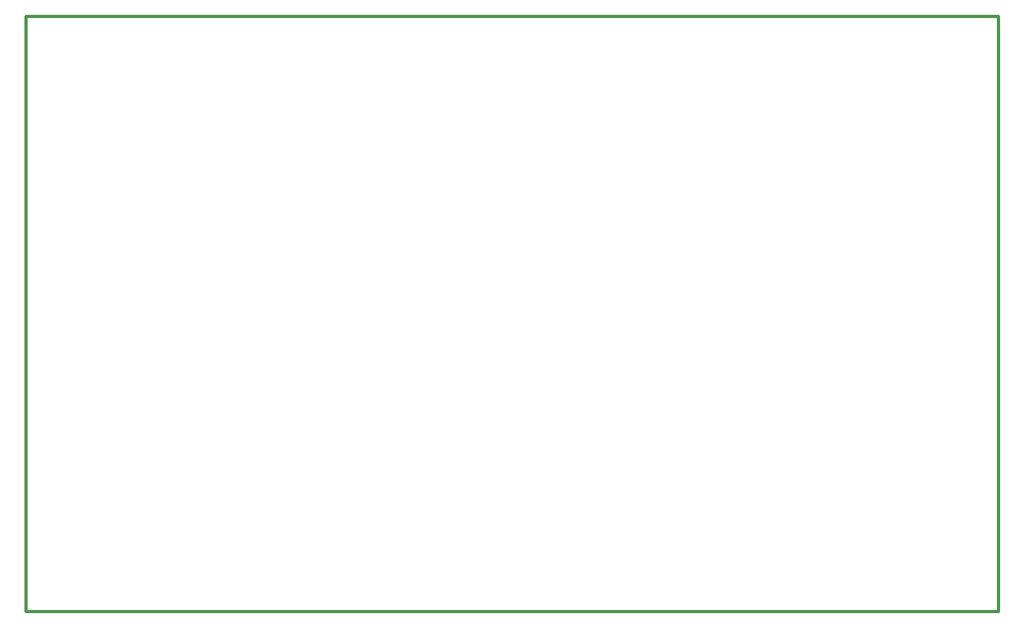
<source format=gm1>
%TF.GenerationSoftware,KiCad,Pcbnew,(6.0.7)*%
%TF.CreationDate,2023-01-05T15:45:53-03:00*%
%TF.ProjectId,EMAC2.0_PCB,454d4143-322e-4305-9f50-43422e6b6963,rev?*%
%TF.SameCoordinates,Original*%
%TF.FileFunction,Profile,NP*%
%FSLAX46Y46*%
G04 Gerber Fmt 4.6, Leading zero omitted, Abs format (unit mm)*
G04 Created by KiCad (PCBNEW (6.0.7)) date 2023-01-05 15:45:53*
%MOMM*%
%LPD*%
G01*
G04 APERTURE LIST*
%TA.AperFunction,Profile*%
%ADD10C,0.500000*%
%TD*%
G04 APERTURE END LIST*
D10*
X209000000Y-131000000D02*
X54000000Y-131000000D01*
X54000000Y-36000000D02*
X209000000Y-36000000D01*
X54000000Y-131000000D02*
X54000000Y-36000000D01*
X209000000Y-36000000D02*
X209000000Y-131000000D01*
M02*

</source>
